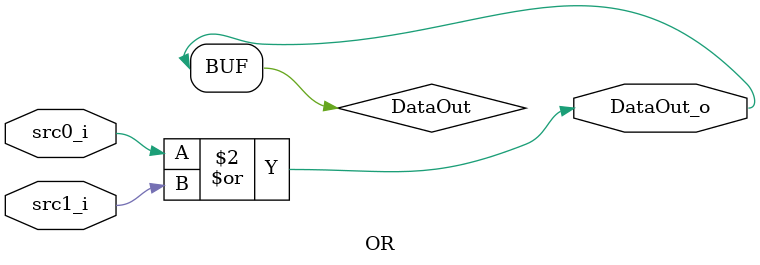
<source format=v>
module OR(
  input src0_i,
  input src1_i,
  
  output DataOut_o
  );
  reg DataOut;
  always@(*)
  begin
    DataOut = src0_i | src1_i;
  end
  assign DataOut_o = DataOut;
endmodule

</source>
